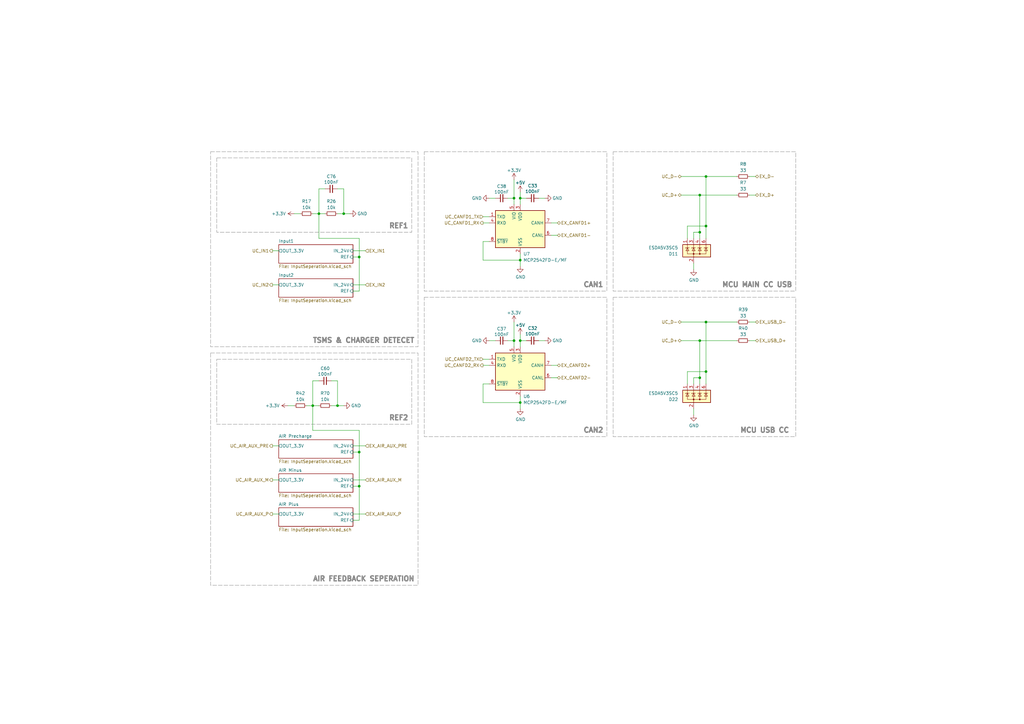
<source format=kicad_sch>
(kicad_sch (version 20231120) (generator "eeschema") (generator_version "8.0")
  (paper "A3")
  (lib_symbols
    (symbol "Device:C_Small" (pin_numbers hide) (pin_names (offset 0.254) hide)
      (property "Reference" "C" (at 0.254 1.778 0))
      (property "Value" "C_Small" (at 0.254 -2.032 0))
      (symbol "C_Small_0_1"
        (polyline (pts (xy -1.524 -0.508) (xy 1.524 -0.508)) (stroke (width 0.3302)))
        (polyline (pts (xy -1.524 0.508) (xy 1.524 0.508)) (stroke (width 0.3048)))
      )
      (symbol "C_Small_1_1"
        (pin passive line (at 0 2.54 270) (length 2.032) (name "~") (number "1"))
        (pin passive line (at 0 -2.54 90) (length 2.032) (name "~") (number "2"))
      )
    )
    (symbol "Device:R_Small" (pin_numbers hide) (pin_names (offset 0.254) hide)
      (property "Reference" "R" (at 0.762 0.508 0))
      (property "Value" "R_Small" (at 0.762 -1.016 0))
      (symbol "R_Small_0_1"
        (rectangle (start -0.762 1.778) (end 0.762 -1.778) (stroke (width 0.2032)))
      )
      (symbol "R_Small_1_1"
        (pin passive line (at 0 2.54 270) (length 0.762) (name "~") (number "1"))
        (pin passive line (at 0 -2.54 90) (length 0.762) (name "~") (number "2"))
      )
    )
    (symbol "ESDA5V3SC5_3" (pin_names hide)
      (property "Reference" "D1" (at -6.35 1.27 0))
      (property "Value" "ESDA5V3SC5" (at -6.35 -1.27 0))
      (symbol "ESDA5V3SC5_3_0_1"
        (rectangle (start -4.445 2.54) (end 6.985 -2.54) (stroke (width 0.254)) (fill (type background)))
        (circle (center 0 -1.27) (radius 0.254) (fill (type outline)))
        (polyline (pts (xy -2.54 2.54) (xy -2.54 1.27)))
        (polyline (pts (xy 0 -1.27) (xy 0 -2.54)))
        (polyline (pts (xy 0 -1.27) (xy 0 1.27)))
        (polyline (pts (xy 0 2.54) (xy 0 1.27)))
        (polyline (pts (xy 2.54 2.54) (xy 2.54 1.27)))
        (polyline (pts (xy 5.08 2.54) (xy 5.08 1.27)))
        (polyline (pts (xy -3.302 1.016) (xy -3.302 1.27) (xy -1.778 1.27)))
        (polyline (pts (xy 0.762 1.27) (xy -0.762 1.27) (xy -0.762 1.016)))
        (polyline (pts (xy 5.08 1.27) (xy 5.08 -1.27) (xy 2.54 -1.27)))
        (polyline (pts (xy -2.54 1.27) (xy -2.54 -1.27) (xy 2.54 -1.27) (xy 2.54 1.27)))
        (polyline (pts (xy -2.54 1.27) (xy -1.905 0) (xy -3.175 0) (xy -2.54 1.27)))
        (polyline (pts (xy 0.635 0) (xy -0.635 0) (xy 0 1.27) (xy 0.635 0)))
        (polyline (pts (xy 1.778 1.016) (xy 1.778 1.27) (xy 3.175 1.27) (xy 3.302 1.27)))
        (polyline (pts (xy 2.54 1.27) (xy 1.905 0) (xy 3.175 0) (xy 2.54 1.27)))
        (polyline (pts (xy 4.318 1.016) (xy 4.318 1.27) (xy 5.715 1.27) (xy 5.842 1.27)))
        (polyline (pts (xy 5.08 1.27) (xy 4.445 0) (xy 5.715 0) (xy 5.08 1.27)))
        (circle (center 2.54 -1.27) (radius 0.254) (fill (type outline)))
      )
      (symbol "ESDA5V3SC5_3_1_0"
        (pin passive line (at 0 5.08 270) (length 2.54) (name "A") (number "3"))
        (pin passive line (at 5.08 5.08 270) (length 2.54) (name "A") (number "6"))
      )
      (symbol "ESDA5V3SC5_3_1_1"
        (pin passive line (at -2.54 5.08 270) (length 2.54) (name "A") (number "1"))
        (pin passive line (at 0 -5.08 90) (length 2.54) (name "K") (number "2"))
        (pin passive line (at 2.54 5.08 270) (length 2.54) (name "A") (number "4"))
        (pin passive line (at 0 -5.08 90) (length 2.54) hide (name "NC") (number "5"))
      )
    )
    (symbol "GND_1" (power) (pin_names (offset 0))
      (property "Value" "GND" (at 0 -3.81 0))
      (symbol "GND_1_0_1"
        (polyline (pts (xy 0 0) (xy 0 -1.27) (xy 1.27 -1.27) (xy 0 -2.54) (xy -1.27 -1.27) (xy 0 -1.27)))
      )
      (symbol "GND_1_1_1"
        (pin power_in line (at 0 0 270) (length 0) hide (name "GND") (number "1"))
      )
    )
    (symbol "GND_5" (power) (pin_names (offset 0))
      (property "Value" "GND" (at 0 -3.81 0))
      (symbol "GND_5_0_1"
        (polyline (pts (xy 0 0) (xy 0 -1.27) (xy 1.27 -1.27) (xy 0 -2.54) (xy -1.27 -1.27) (xy 0 -1.27)))
      )
      (symbol "GND_5_1_1"
        (pin power_in line (at 0 0 270) (length 0) hide (name "GND") (number "1"))
      )
    )
    (symbol "GND_7" (power) (pin_names (offset 0))
      (property "Value" "GND" (at 0 -3.81 0))
      (symbol "GND_7_0_1"
        (polyline (pts (xy 0 0) (xy 0 -1.27) (xy 1.27 -1.27) (xy 0 -2.54) (xy -1.27 -1.27) (xy 0 -1.27)))
      )
      (symbol "GND_7_1_1"
        (pin power_in line (at 0 0 270) (length 0) hide (name "GND") (number "1"))
      )
    )
    (symbol "Interface_CAN_LIN:MCP2542FDxMF"
      (property "Reference" "U3" (at 1.27 -10.16 0))
      (property "Value" "MCP2542FDxMF" (at 1.27 -12.7 0))
      (symbol "MCP2542FDxMF_0_1"
        (rectangle (start -10.16 7.62) (end 10.16 -7.62) (stroke (width 0.254)) (fill (type background)))
      )
      (symbol "MCP2542FDxMF_1_1"
        (pin input line (at -12.7 5.08 0) (length 2.54) (name "TXD") (number "1"))
        (pin power_in line (at 0 -10.16 90) (length 2.54) (name "VSS") (number "2"))
        (pin power_in line (at 0 10.16 270) (length 2.54) (name "VDD") (number "3"))
        (pin output line (at -12.7 2.54 0) (length 2.54) (name "RXD") (number "4"))
        (pin power_in line (at -2.54 10.16 270) (length 2.54) (name "VIO") (number "5"))
        (pin bidirectional line (at 12.7 -2.54 180) (length 2.54) (name "CANL") (number "6"))
        (pin bidirectional line (at 12.7 2.54 180) (length 2.54) (name "CANH") (number "7"))
        (pin input line (at -12.7 -5.08 0) (length 2.54) (name "~{STBY}") (number "8"))
        (pin passive line (at 0 -10.16 90) (length 2.54) hide (name "VSS") (number "9"))
      )
    )
    (symbol "power:+3.3V" (power) (pin_names (offset 0))
      (property "Value" "+3.3V" (at 0 3.556 0))
      (symbol "+3.3V_0_1"
        (polyline (pts (xy -0.762 1.27) (xy 0 2.54)))
        (polyline (pts (xy 0 0) (xy 0 2.54)))
        (polyline (pts (xy 0 2.54) (xy 0.762 1.27)))
      )
      (symbol "+3.3V_1_1"
        (pin power_in line (at 0 0 90) (length 0) hide (name "+3V3") (number "1"))
      )
    )
    (symbol "power:+5V" (power) (pin_names (offset 0))
      (property "Value" "+5V" (at 0 3.556 0))
      (symbol "+5V_0_1"
        (polyline (pts (xy -0.762 1.27) (xy 0 2.54)))
        (polyline (pts (xy 0 0) (xy 0 2.54)))
        (polyline (pts (xy 0 2.54) (xy 0.762 1.27)))
      )
      (symbol "+5V_1_1"
        (pin power_in line (at 0 0 90) (length 0) hide (name "+5V") (number "1"))
      )
    )
  )
  (junction (at 140.97 87.63))
  (junction (at 138.43 166.37))
  (junction (at 287.02 154.94))
  (junction (at 147.32 105.41))
  (junction (at 128.27 166.37))
  (junction (at 130.81 87.63))
  (junction (at 287.02 95.25))
  (junction (at 213.36 165.1))
  (junction (at 287.02 139.7))
  (junction (at 213.36 106.68))
  (junction (at 213.36 81.28))
  (junction (at 147.32 199.39))
  (junction (at 213.36 139.7))
  (junction (at 289.56 72.39))
  (junction (at 289.56 92.71))
  (junction (at 289.56 132.08))
  (junction (at 287.02 80.01))
  (junction (at 210.82 81.28))
  (junction (at 210.82 139.7))
  (junction (at 289.56 152.4))
  (junction (at 147.32 185.42))
  (wire (pts (xy 138.43 166.37) (xy 138.43 156.21)))
  (wire (pts (xy 138.43 156.21) (xy 135.89 156.21)))
  (wire (pts (xy 281.94 152.4) (xy 281.94 157.48)))
  (wire (pts (xy 213.36 78.74) (xy 213.36 81.28)))
  (wire (pts (xy 128.27 87.63) (xy 130.81 87.63)))
  (wire (pts (xy 287.02 95.25) (xy 287.02 97.79)))
  (wire (pts (xy 284.48 110.49) (xy 284.48 107.95)))
  (wire (pts (xy 226.06 154.94) (xy 228.6 154.94)))
  (wire (pts (xy 111.76 182.88) (xy 114.3 182.88)))
  (wire (pts (xy 279.4 139.7) (xy 287.02 139.7)))
  (wire (pts (xy 147.32 176.53) (xy 128.27 176.53)))
  (wire (pts (xy 149.86 102.87) (xy 144.78 102.87)))
  (wire (pts (xy 128.27 166.37) (xy 130.81 166.37)))
  (wire (pts (xy 111.76 210.82) (xy 114.3 210.82)))
  (wire (pts (xy 140.97 87.63) (xy 140.97 77.47)))
  (wire (pts (xy 287.02 80.01) (xy 302.26 80.01)))
  (wire (pts (xy 287.02 139.7) (xy 287.02 154.94)))
  (wire (pts (xy 210.82 132.08) (xy 210.82 139.7)))
  (wire (pts (xy 226.06 96.52) (xy 228.6 96.52)))
  (wire (pts (xy 287.02 139.7) (xy 302.26 139.7)))
  (wire (pts (xy 289.56 152.4) (xy 289.56 157.48)))
  (wire (pts (xy 144.78 182.88) (xy 149.86 182.88)))
  (wire (pts (xy 284.48 97.79) (xy 284.48 95.25)))
  (wire (pts (xy 198.12 149.86) (xy 200.66 149.86)))
  (wire (pts (xy 144.78 196.85) (xy 149.86 196.85)))
  (wire (pts (xy 284.48 157.48) (xy 284.48 154.94)))
  (wire (pts (xy 226.06 149.86) (xy 228.6 149.86)))
  (wire (pts (xy 220.98 81.28) (xy 223.52 81.28)))
  (wire (pts (xy 279.4 132.08) (xy 289.56 132.08)))
  (wire (pts (xy 281.94 92.71) (xy 281.94 97.79)))
  (wire (pts (xy 198.12 99.06) (xy 200.66 99.06)))
  (wire (pts (xy 130.81 87.63) (xy 130.81 97.79)))
  (wire (pts (xy 213.36 137.16) (xy 213.36 139.7)))
  (wire (pts (xy 130.81 156.21) (xy 128.27 156.21)))
  (wire (pts (xy 220.98 139.7) (xy 223.52 139.7)))
  (wire (pts (xy 289.56 152.4) (xy 281.94 152.4)))
  (wire (pts (xy 118.11 166.37) (xy 120.65 166.37)))
  (wire (pts (xy 198.12 106.68) (xy 198.12 99.06)))
  (wire (pts (xy 140.97 77.47) (xy 138.43 77.47)))
  (wire (pts (xy 289.56 92.71) (xy 289.56 97.79)))
  (wire (pts (xy 120.65 87.63) (xy 123.19 87.63)))
  (wire (pts (xy 208.28 139.7) (xy 210.82 139.7)))
  (wire (pts (xy 111.76 196.85) (xy 114.3 196.85)))
  (wire (pts (xy 130.81 77.47) (xy 130.81 87.63)))
  (wire (pts (xy 198.12 165.1) (xy 198.12 157.48)))
  (wire (pts (xy 125.73 166.37) (xy 128.27 166.37)))
  (wire (pts (xy 226.06 91.44) (xy 228.6 91.44)))
  (wire (pts (xy 200.66 139.7) (xy 203.2 139.7)))
  (wire (pts (xy 279.4 80.01) (xy 287.02 80.01)))
  (wire (pts (xy 208.28 81.28) (xy 210.82 81.28)))
  (wire (pts (xy 147.32 213.36) (xy 147.32 199.39)))
  (wire (pts (xy 147.32 199.39) (xy 144.78 199.39)))
  (wire (pts (xy 210.82 73.66) (xy 210.82 81.28)))
  (wire (pts (xy 128.27 166.37) (xy 128.27 176.53)))
  (wire (pts (xy 279.4 72.39) (xy 289.56 72.39)))
  (wire (pts (xy 289.56 72.39) (xy 302.26 72.39)))
  (wire (pts (xy 198.12 157.48) (xy 200.66 157.48)))
  (wire (pts (xy 307.34 139.7) (xy 309.88 139.7)))
  (wire (pts (xy 307.34 80.01) (xy 309.88 80.01)))
  (wire (pts (xy 284.48 154.94) (xy 287.02 154.94)))
  (wire (pts (xy 213.36 106.68) (xy 198.12 106.68)))
  (wire (pts (xy 215.9 139.7) (xy 213.36 139.7)))
  (wire (pts (xy 307.34 72.39) (xy 309.88 72.39)))
  (wire (pts (xy 213.36 162.56) (xy 213.36 165.1)))
  (wire (pts (xy 284.48 170.18) (xy 284.48 167.64)))
  (wire (pts (xy 138.43 87.63) (xy 140.97 87.63)))
  (wire (pts (xy 147.32 97.79) (xy 147.32 105.41)))
  (wire (pts (xy 210.82 139.7) (xy 210.82 142.24)))
  (wire (pts (xy 140.97 87.63) (xy 143.51 87.63)))
  (wire (pts (xy 144.78 210.82) (xy 149.86 210.82)))
  (wire (pts (xy 198.12 91.44) (xy 200.66 91.44)))
  (wire (pts (xy 111.76 116.84) (xy 114.3 116.84)))
  (wire (pts (xy 289.56 92.71) (xy 281.94 92.71)))
  (wire (pts (xy 213.36 81.28) (xy 213.36 83.82)))
  (wire (pts (xy 215.9 81.28) (xy 213.36 81.28)))
  (wire (pts (xy 144.78 213.36) (xy 147.32 213.36)))
  (wire (pts (xy 213.36 104.14) (xy 213.36 106.68)))
  (wire (pts (xy 144.78 116.84) (xy 149.86 116.84)))
  (wire (pts (xy 210.82 81.28) (xy 210.82 83.82)))
  (wire (pts (xy 289.56 132.08) (xy 302.26 132.08)))
  (wire (pts (xy 135.89 166.37) (xy 138.43 166.37)))
  (wire (pts (xy 307.34 132.08) (xy 309.88 132.08)))
  (wire (pts (xy 147.32 185.42) (xy 144.78 185.42)))
  (wire (pts (xy 213.36 139.7) (xy 213.36 142.24)))
  (wire (pts (xy 287.02 80.01) (xy 287.02 95.25)))
  (wire (pts (xy 287.02 154.94) (xy 287.02 157.48)))
  (wire (pts (xy 289.56 132.08) (xy 289.56 152.4)))
  (wire (pts (xy 200.66 81.28) (xy 203.2 81.28)))
  (wire (pts (xy 133.35 77.47) (xy 130.81 77.47)))
  (wire (pts (xy 213.36 165.1) (xy 213.36 167.64)))
  (wire (pts (xy 284.48 95.25) (xy 287.02 95.25)))
  (wire (pts (xy 200.66 147.32) (xy 198.12 147.32)))
  (wire (pts (xy 138.43 166.37) (xy 140.97 166.37)))
  (wire (pts (xy 213.36 165.1) (xy 198.12 165.1)))
  (wire (pts (xy 200.66 88.9) (xy 198.12 88.9)))
  (wire (pts (xy 213.36 106.68) (xy 213.36 109.22)))
  (wire (pts (xy 147.32 119.38) (xy 144.78 119.38)))
  (wire (pts (xy 111.76 102.87) (xy 114.3 102.87)))
  (wire (pts (xy 147.32 119.38) (xy 147.32 105.41)))
  (wire (pts (xy 128.27 156.21) (xy 128.27 166.37)))
  (wire (pts (xy 147.32 105.41) (xy 144.78 105.41)))
  (wire (pts (xy 130.81 97.79) (xy 147.32 97.79)))
  (wire (pts (xy 147.32 185.42) (xy 147.32 176.53)))
  (wire (pts (xy 147.32 199.39) (xy 147.32 185.42)))
  (wire (pts (xy 130.81 87.63) (xy 133.35 87.63)))
  (wire (pts (xy 289.56 72.39) (xy 289.56 92.71)))
  (rectangle (start 86.36 62.23) (end 171.45 142.24) (stroke (width 0) (type dash) (color 132 132 132 1)))
  (rectangle (start 88.9 147.32) (end 168.91 173.99) (stroke (width 0) (type dash) (color 132 132 132 1)))
  (rectangle (start 251.46 121.92) (end 326.39 179.07) (stroke (width 0) (type dash) (color 132 132 132 1)))
  (rectangle (start 173.99 121.92) (end 248.92 179.07) (stroke (width 0) (type dash) (color 132 132 132 1)))
  (rectangle (start 86.36 144.78) (end 171.45 240.03) (stroke (width 0) (type dash) (color 132 132 132 1)))
  (rectangle (start 251.46 62.23) (end 326.39 119.38) (stroke (width 0) (type dash) (color 132 132 132 1)))
  (rectangle (start 173.99 62.23) (end 248.92 119.38) (stroke (width 0) (type dash) (color 132 132 132 1)))
  (rectangle (start 88.9 64.77) (end 168.91 95.25) (stroke (width 0) (type dash) (color 132 132 132 1)))
  (text "MCU MAIN CC USB" (at 325.12 118.11 0) (effects (font (size 2.032 2.032) (thickness 1) (bold yes)) (justify right bottom)))
  (text "TSMS & CHARGER DETECET" (at 170.18 140.97 0) (effects (font (size 2.032 2.032) (thickness 1) (bold yes)) (justify right bottom)))
  (text "CAN1" (at 247.65 118.11 0) (effects (font (size 2.032 2.032) (thickness 1) (bold yes)) (justify right bottom)))
  (text "REF2" (at 167.64 172.72 0) (effects (font (size 2.032 2.032) (thickness 1) (bold yes)) (justify right bottom)))
  (text "AIR FEEDBACK SEPERATION" (at 170.18 238.76 0) (effects (font (size 2.032 2.032) (thickness 1) (bold yes)) (justify right bottom)))
  (text "REF1" (at 167.64 93.98 0) (effects (font (size 2.032 2.032) (thickness 1) (bold yes)) (justify right bottom)))
  (text "CAN2" (at 247.65 177.8 0) (effects (font (size 2.032 2.032) (thickness 1) (bold yes)) (justify right bottom)))
  (text "MCU USB CC" (at 323.85 177.8 0) (effects (font (size 2.032 2.032) (thickness 1) (bold yes)) (justify right bottom)))
  (hierarchical_label "EX_IN2" (shape input) (at 149.86 116.84 0))
  (hierarchical_label "UC_D+" (shape bidirectional) (at 279.4 139.7 180))
  (hierarchical_label "UC_D-" (shape bidirectional) (at 279.4 132.08 180))
  (hierarchical_label "UC_D+" (shape bidirectional) (at 279.4 80.01 180))
  (hierarchical_label "EX_CANFD1-" (shape bidirectional) (at 228.6 96.52 0))
  (hierarchical_label "EX_USB_D+" (shape bidirectional) (at 309.88 139.7 0))
  (hierarchical_label "EX_D+" (shape bidirectional) (at 309.88 80.01 0))
  (hierarchical_label "UC_AIR_AUX_PRE" (shape output) (at 111.76 182.88 180))
  (hierarchical_label "EX_CANFD2+" (shape bidirectional) (at 228.6 149.86 0))
  (hierarchical_label "UC_IN1" (shape output) (at 111.76 102.87 180))
  (hierarchical_label "UC_AIR_AUX_P" (shape output) (at 111.76 210.82 180))
  (hierarchical_label "EX_USB_D-" (shape bidirectional) (at 309.88 132.08 0))
  (hierarchical_label "EX_AIR_AUX_M" (shape input) (at 149.86 196.85 0))
  (hierarchical_label "UC_D-" (shape bidirectional) (at 279.4 72.39 180))
  (hierarchical_label "EX_IN1" (shape input) (at 149.86 102.87 0))
  (hierarchical_label "EX_D-" (shape bidirectional) (at 309.88 72.39 0))
  (hierarchical_label "UC_CANFD2_TX" (shape input) (at 198.12 147.32 180))
  (hierarchical_label "UC_CANFD1_RX" (shape output) (at 198.12 91.44 180))
  (hierarchical_label "EX_CANFD1+" (shape bidirectional) (at 228.6 91.44 0))
  (hierarchical_label "UC_CANFD2_RX" (shape output) (at 198.12 149.86 180))
  (hierarchical_label "UC_IN2" (shape output) (at 111.76 116.84 180))
  (hierarchical_label "EX_AIR_AUX_P" (shape input) (at 149.86 210.82 0))
  (hierarchical_label "UC_CANFD1_TX" (shape input) (at 198.12 88.9 180))
  (hierarchical_label "EX_AIR_AUX_PRE" (shape input) (at 149.86 182.88 0))
  (hierarchical_label "UC_AIR_AUX_M" (shape output) (at 111.76 196.85 180))
  (hierarchical_label "EX_CANFD2-" (shape bidirectional) (at 228.6 154.94 0))
  (symbol (lib_id "Device:R_Small") (at 304.8 72.39 90) (mirror x) (unit 1)
    (property "Reference" "R8" (at 304.8 67.31 90))
    (property "Value" "33" (at 304.8 69.85 90))
    (property "Footprint" "Resistor_SMD:R_0603_1608Metric" (effects (hide yes)))
    (property "Manufacturer_Name" "--" (effects (hide yes)))
    (property "Manufacturer_Part_Number" "--" (effects (hide yes)))
    (property "Mouser Part Number" "71-CRCW060333R0FKEC" (effects (hide yes)))
  )
  (symbol (lib_name "GND_7") (lib_id "power:GND") (at 213.36 167.64 0) (unit 1)
    (property "Reference" "#PWR036" (effects (hide yes)))
    (property "Value" "GND" (at 213.487 172.0342 0))
  )
  (symbol (lib_name "GND_5") (lib_id "power:GND") (at 223.52 139.7 90) (unit 1)
    (property "Reference" "#PWR014" (effects (hide yes)))
    (property "Value" "GND" (at 228.6 139.7 90))
  )
  (symbol (lib_id "Device:R_Small") (at 304.8 139.7 90) (mirror x) (unit 1)
    (property "Reference" "R40" (at 304.8 134.62 90))
    (property "Value" "33" (at 304.8 137.16 90))
    (property "Footprint" "Resistor_SMD:R_0603_1608Metric" (effects (hide yes)))
    (property "Manufacturer_Name" "--" (effects (hide yes)))
    (property "Manufacturer_Part_Number" "--" (effects (hide yes)))
    (property "Mouser Part Number" "71-CRCW060333R0FKEC" (effects (hide yes)))
  )
  (symbol (lib_id "Device:C_Small") (at 135.89 77.47 90) (unit 1)
    (property "Reference" "C76" (at 135.89 72.39 90))
    (property "Value" "100nF" (at 135.89 74.7014 90))
    (property "Footprint" "Capacitor_SMD:C_0603_1608Metric" (effects (hide yes)))
    (property "Manufacturer_Name" "--" (effects (hide yes)))
    (property "Manufacturer_Part_Number" "--" (effects (hide yes)))
    (property "Mouser Price/Stock" "https://www.mouser.pl/ProductDetail/KEMET/C0603C104J3RACTU?qs=EHsFn6hSx4W0Oy0I8JUofQ%3D%3D" (effects (hide yes)))
    (property "Mouser Part Number" "--" (effects (hide yes)))
  )
  (symbol (lib_id "Interface_CAN_LIN:MCP2542FDxMF") (at 213.36 93.98 0) (unit 1)
    (property "Reference" "U7" (at 214.63 104.14 0) (effects (justify left)))
    (property "Value" "MCP2542FD-E/MF" (at 214.63 106.68 0) (effects (justify left)))
    (property "Footprint" "Package_DFN_QFN:DFN-8-1EP_3x3mm_P0.65mm_EP1.55x2.4mm" (effects (hide yes)))
    (property "Datasheet" "http://ww1.microchip.com/downloads/en/DeviceDoc/MCP2542FD-4FD-MCP2542WFD-4WFD-Data-Sheet20005514B.pdf" (effects (hide yes)))
    (property "Manufacturer_Part_Number" "MCP2542FD-E/MF" (effects (hide yes)))
    (property "Mouser Part Number" "579-MCP2542FD-E/MF" (effects (hide yes)))
    (property "Mouser Price/Stock" "https://www.mouser.pl/ProductDetail/Microchip-Technology/MCP2542FD-E-MF?qs=l7cgNqFNU1jog4BwTzULBw%3D%3D" (effects (hide yes)))
  )
  (symbol (lib_name "GND_1") (lib_id "power:GND") (at 200.66 81.28 270) (unit 1)
    (property "Reference" "#PWR087" (effects (hide yes)))
    (property "Value" "GND" (at 195.58 81.28 90))
  )
  (symbol (lib_name "ESDA5V3SC5_3") (lib_id "Power_Protection:ESDA5V3SC5") (at 284.48 102.87 0) (unit 1)
    (property "Reference" "D11" (at 278.13 104.14 0) (effects (justify right)))
    (property "Value" "ESDA5V3SC5" (at 278.13 101.6 0) (effects (justify right)))
    (property "Footprint" "Package_TO_SOT_SMD:SOT-23-6" (effects (hide yes)))
    (property "Datasheet" "https://www.mouser.pl/datasheet/2/389/cd00002055-1795703.pdf" (effects (hide yes)))
    (property "Description" "Quad TVS Diode Array, 5.3V Standoff, 4 Channels, 400W, ±30kV, SOT-23-5" (effects (hide yes)))
    (property "Manufacturer_Part_Number" "ESDA5V3SC5" (effects (hide yes)))
    (property "Mouser Part Number" "511-ESDA5V3SC5" (effects (hide yes)))
    (property "Mouser Price/Stock" "https://www.mouser.pl/ProductDetail/STMicroelectronics/ESDA5V3SC5?qs=vqk%252BPKT8fSw1EexaRsSoaw%3D%3D" (effects (hide yes)))
  )
  (symbol (lib_name "ESDA5V3SC5_3") (lib_id "Power_Protection:ESDA5V3SC5") (at 284.48 162.56 0) (unit 1)
    (property "Reference" "D22" (at 278.13 163.83 0) (effects (justify right)))
    (property "Value" "ESDA5V3SC5" (at 278.13 161.29 0) (effects (justify right)))
    (property "Footprint" "Package_TO_SOT_SMD:SOT-23-6" (effects (hide yes)))
    (property "Datasheet" "https://www.mouser.pl/datasheet/2/389/cd00002055-1795703.pdf" (effects (hide yes)))
    (property "Description" "Quad TVS Diode Array, 5.3V Standoff, 4 Channels, 400W, ±30kV, SOT-23-5" (effects (hide yes)))
    (property "Manufacturer_Part_Number" "ESDA5V3SC5" (effects (hide yes)))
    (property "Mouser Part Number" "511-ESDA5V3SC5" (effects (hide yes)))
    (property "Mouser Price/Stock" "https://www.mouser.pl/ProductDetail/STMicroelectronics/ESDA5V3SC5?qs=vqk%252BPKT8fSw1EexaRsSoaw%3D%3D" (effects (hide yes)))
  )
  (symbol (lib_id "power:+5V") (at 213.36 137.16 0) (unit 1)
    (property "Reference" "#PWR028" (effects (hide yes)))
    (property "Value" "+5V" (at 213.36 133.35 0))
  )
  (symbol (lib_id "Device:R_Small") (at 304.8 132.08 90) (mirror x) (unit 1)
    (property "Reference" "R39" (at 304.8 127 90))
    (property "Value" "33" (at 304.8 129.54 90))
    (property "Footprint" "Resistor_SMD:R_0603_1608Metric" (effects (hide yes)))
    (property "Manufacturer_Name" "--" (effects (hide yes)))
    (property "Manufacturer_Part_Number" "--" (effects (hide yes)))
    (property "Mouser Part Number" "71-CRCW060333R0FKEC" (effects (hide yes)))
  )
  (symbol (lib_name "GND_7") (lib_id "power:GND") (at 213.36 109.22 0) (unit 1)
    (property "Reference" "#PWR083" (effects (hide yes)))
    (property "Value" "GND" (at 213.487 113.6142 0))
  )
  (symbol (lib_id "power:+3.3V") (at 118.11 166.37 90) (unit 1)
    (property "Reference" "#PWR0105" (effects (hide yes)))
    (property "Value" "+3.3V" (at 111.76 166.37 90))
  )
  (symbol (lib_id "power:+3.3V") (at 210.82 132.08 0) (unit 1)
    (property "Reference" "#PWR067" (effects (hide yes)))
    (property "Value" "+3.3V" (at 210.82 128.27 0))
  )
  (symbol (lib_name "GND_5") (lib_id "power:GND") (at 223.52 81.28 90) (unit 1)
    (property "Reference" "#PWR015" (effects (hide yes)))
    (property "Value" "GND" (at 228.6 81.28 90))
  )
  (symbol (lib_name "GND_1") (lib_id "power:GND") (at 200.66 139.7 270) (unit 1)
    (property "Reference" "#PWR086" (effects (hide yes)))
    (property "Value" "GND" (at 195.58 139.7 90))
  )
  (symbol (lib_id "Interface_CAN_LIN:MCP2542FDxMF") (at 213.36 152.4 0) (unit 1)
    (property "Reference" "U6" (at 214.63 162.56 0) (effects (justify left)))
    (property "Value" "MCP2542FD-E/MF" (at 214.63 165.1 0) (effects (justify left)))
    (property "Footprint" "Package_DFN_QFN:DFN-8-1EP_3x3mm_P0.65mm_EP1.55x2.4mm" (effects (hide yes)))
    (property "Datasheet" "http://ww1.microchip.com/downloads/en/DeviceDoc/MCP2542FD-4FD-MCP2542WFD-4WFD-Data-Sheet20005514B.pdf" (effects (hide yes)))
    (property "Manufacturer_Part_Number" "MCP2542FD-E/MF" (effects (hide yes)))
    (property "Mouser Part Number" "579-MCP2542FD-E/MF" (effects (hide yes)))
    (property "Mouser Price/Stock" "https://www.mouser.pl/ProductDetail/Microchip-Technology/MCP2542FD-E-MF?qs=l7cgNqFNU1jog4BwTzULBw%3D%3D" (effects (hide yes)))
  )
  (symbol (lib_id "power:+3.3V") (at 120.65 87.63 90) (unit 1)
    (property "Reference" "#PWR023" (effects (hide yes)))
    (property "Value" "+3.3V" (at 114.3 87.63 90))
  )
  (symbol (lib_id "Device:C_Small") (at 205.74 139.7 90) (unit 1)
    (property "Reference" "C37" (at 205.74 134.8486 90))
    (property "Value" "100nF" (at 205.74 137.16 90))
    (property "Footprint" "Capacitor_SMD:C_0603_1608Metric" (effects (hide yes)))
    (property "Manufacturer_Name" "--" (effects (hide yes)))
    (property "Manufacturer_Part_Number" "--" (effects (hide yes)))
    (property "Mouser Price/Stock" "https://www.mouser.pl/ProductDetail/KEMET/C0603C104J3RACTU?qs=EHsFn6hSx4W0Oy0I8JUofQ%3D%3D" (effects (hide yes)))
    (property "Mouser Part Number" "--" (effects (hide yes)))
  )
  (symbol (lib_name "GND_5") (lib_id "power:GND") (at 143.51 87.63 90) (unit 1)
    (property "Reference" "#PWR022" (effects (hide yes)))
    (property "Value" "GND" (at 148.59 87.63 90))
  )
  (symbol (lib_id "Device:R_Small") (at 125.73 87.63 90) (mirror x) (unit 1)
    (property "Reference" "R17" (at 125.73 82.55 90))
    (property "Value" "10k" (at 125.73 85.09 90))
    (property "Footprint" "Resistor_SMD:R_0603_1608Metric" (effects (hide yes)))
    (property "Manufacturer_Name" "--" (effects (hide yes)))
    (property "Manufacturer_Part_Number" "--" (effects (hide yes)))
    (property "Mouser Part Number" "--" (effects (hide yes)))
  )
  (symbol (lib_name "GND_7") (lib_id "power:GND") (at 284.48 110.49 0) (unit 1)
    (property "Reference" "#PWR02" (effects (hide yes)))
    (property "Value" "GND" (at 284.607 114.8842 0))
  )
  (symbol (lib_id "Device:R_Small") (at 123.19 166.37 90) (mirror x) (unit 1)
    (property "Reference" "R42" (at 123.19 161.29 90))
    (property "Value" "10k" (at 123.19 163.83 90))
    (property "Footprint" "Resistor_SMD:R_0603_1608Metric" (effects (hide yes)))
    (property "Manufacturer_Name" "--" (effects (hide yes)))
    (property "Manufacturer_Part_Number" "--" (effects (hide yes)))
    (property "Mouser Part Number" "--" (effects (hide yes)))
  )
  (symbol (lib_id "Device:C_Small") (at 133.35 156.21 90) (unit 1)
    (property "Reference" "C60" (at 133.35 151.13 90))
    (property "Value" "100nF" (at 133.35 153.4414 90))
    (property "Footprint" "Capacitor_SMD:C_0603_1608Metric" (effects (hide yes)))
    (property "Manufacturer_Name" "--" (effects (hide yes)))
    (property "Manufacturer_Part_Number" "--" (effects (hide yes)))
    (property "Mouser Price/Stock" "https://www.mouser.pl/ProductDetail/KEMET/C0603C104J3RACTU?qs=EHsFn6hSx4W0Oy0I8JUofQ%3D%3D" (effects (hide yes)))
    (property "Mouser Part Number" "--" (effects (hide yes)))
  )
  (symbol (lib_id "power:+5V") (at 213.36 78.74 0) (unit 1)
    (property "Reference" "#PWR038" (effects (hide yes)))
    (property "Value" "+5V" (at 213.36 74.93 0))
  )
  (symbol (lib_id "Device:R_Small") (at 133.35 166.37 90) (mirror x) (unit 1)
    (property "Reference" "R70" (at 133.35 161.29 90))
    (property "Value" "10k" (at 133.35 163.83 90))
    (property "Footprint" "Resistor_SMD:R_0603_1608Metric" (effects (hide yes)))
    (property "Manufacturer_Name" "--" (effects (hide yes)))
    (property "Manufacturer_Part_Number" "--" (effects (hide yes)))
    (property "Mouser Part Number" "--" (effects (hide yes)))
  )
  (symbol (lib_id "power:+3.3V") (at 210.82 73.66 0) (unit 1)
    (property "Reference" "#PWR066" (effects (hide yes)))
    (property "Value" "+3.3V" (at 210.82 69.85 0))
  )
  (symbol (lib_id "Device:R_Small") (at 304.8 80.01 90) (mirror x) (unit 1)
    (property "Reference" "R7" (at 304.8 74.93 90))
    (property "Value" "33" (at 304.8 77.47 90))
    (property "Footprint" "Resistor_SMD:R_0603_1608Metric" (effects (hide yes)))
    (property "Manufacturer_Name" "--" (effects (hide yes)))
    (property "Manufacturer_Part_Number" "--" (effects (hide yes)))
    (property "Mouser Part Number" "71-CRCW060333R0FKEC" (effects (hide yes)))
  )
  (symbol (lib_id "Device:R_Small") (at 135.89 87.63 90) (mirror x) (unit 1)
    (property "Reference" "R26" (at 135.89 82.55 90))
    (property "Value" "10k" (at 135.89 85.09 90))
    (property "Footprint" "Resistor_SMD:R_0603_1608Metric" (effects (hide yes)))
    (property "Manufacturer_Name" "--" (effects (hide yes)))
    (property "Manufacturer_Part_Number" "--" (effects (hide yes)))
    (property "Mouser Part Number" "--" (effects (hide yes)))
  )
  (symbol (lib_id "Device:C_Small") (at 218.44 81.28 90) (unit 1)
    (property "Reference" "C33" (at 218.44 76.2 90))
    (property "Value" "100nF" (at 218.44 78.5114 90))
    (property "Footprint" "Capacitor_SMD:C_0603_1608Metric" (effects (hide yes)))
    (property "Manufacturer_Name" "--" (effects (hide yes)))
    (property "Manufacturer_Part_Number" "--" (effects (hide yes)))
    (property "Mouser Price/Stock" "https://www.mouser.pl/ProductDetail/KEMET/C0603C104J3RACTU?qs=EHsFn6hSx4W0Oy0I8JUofQ%3D%3D" (effects (hide yes)))
    (property "Mouser Part Number" "--" (effects (hide yes)))
  )
  (symbol (lib_id "Device:C_Small") (at 205.74 81.28 90) (unit 1)
    (property "Reference" "C38" (at 205.74 76.4286 90))
    (property "Value" "100nF" (at 205.74 78.74 90))
    (property "Footprint" "Capacitor_SMD:C_0603_1608Metric" (effects (hide yes)))
    (property "Manufacturer_Name" "--" (effects (hide yes)))
    (property "Manufacturer_Part_Number" "--" (effects (hide yes)))
    (property "Mouser Price/Stock" "https://www.mouser.pl/ProductDetail/KEMET/C0603C104J3RACTU?qs=EHsFn6hSx4W0Oy0I8JUofQ%3D%3D" (effects (hide yes)))
    (property "Mouser Part Number" "--" (effects (hide yes)))
  )
  (symbol (lib_id "Device:C_Small") (at 218.44 139.7 90) (unit 1)
    (property "Reference" "C32" (at 218.44 134.62 90))
    (property "Value" "100nF" (at 218.44 136.9314 90))
    (property "Footprint" "Capacitor_SMD:C_0603_1608Metric" (effects (hide yes)))
    (property "Manufacturer_Name" "--" (effects (hide yes)))
    (property "Manufacturer_Part_Number" "--" (effects (hide yes)))
    (property "Mouser Price/Stock" "https://www.mouser.pl/ProductDetail/KEMET/C0603C104J3RACTU?qs=EHsFn6hSx4W0Oy0I8JUofQ%3D%3D" (effects (hide yes)))
    (property "Mouser Part Number" "--" (effects (hide yes)))
  )
  (symbol (lib_name "GND_7") (lib_id "power:GND") (at 284.48 170.18 0) (unit 1)
    (property "Reference" "#PWR026" (effects (hide yes)))
    (property "Value" "GND" (at 284.607 174.5742 0))
  )
  (symbol (lib_name "GND_5") (lib_id "power:GND") (at 140.97 166.37 90) (unit 1)
    (property "Reference" "#PWR0106" (effects (hide yes)))
    (property "Value" "GND" (at 146.05 166.37 90))
  )
  (sheet (at 114.3 208.28) (size 30.48 7.62) (stroke (width 0.1524))
    (property "Sheetname" "AIR Plus" (at 114.3 207.5684 0) (effects (justify left bottom)))
    (property "Sheetfile" "InputSeperation.kicad_sch" (at 114.3 216.4846 0) (effects (justify left top)))
    (pin "IN_24V" input (at 144.78 210.82 0))
    (pin "OUT_3.3V" output (at 114.3 210.82 180))
    (pin "REF" input (at 144.78 213.36 0))
  )
  (sheet (at 114.3 114.3) (size 30.48 7.62) (stroke (width 0.1524))
    (property "Sheetname" "Input2" (at 114.3 113.5884 0) (effects (justify left bottom)))
    (property "Sheetfile" "InputSeperation.kicad_sch" (at 114.3 122.5046 0) (effects (justify left top)))
    (pin "IN_24V" input (at 144.78 116.84 0))
    (pin "OUT_3.3V" output (at 114.3 116.84 180))
    (pin "REF" input (at 144.78 119.38 0))
  )
  (sheet (at 114.3 180.34) (size 30.48 7.62) (stroke (width 0.1524))
    (property "Sheetname" "AIR Precharge" (at 114.3 179.6284 0) (effects (justify left bottom)))
    (property "Sheetfile" "InputSeperation.kicad_sch" (at 114.3 188.5446 0) (effects (justify left top)))
    (pin "IN_24V" input (at 144.78 182.88 0))
    (pin "OUT_3.3V" output (at 114.3 182.88 180))
    (pin "REF" input (at 144.78 185.42 0))
  )
  (sheet (at 114.3 100.33) (size 30.48 7.62) (stroke (width 0.1524))
    (property "Sheetname" "Input1" (at 114.3 99.6184 0) (effects (justify left bottom)))
    (property "Sheetfile" "InputSeperation.kicad_sch" (at 114.3 108.5346 0) (effects (justify left top)))
    (pin "IN_24V" input (at 144.78 102.87 0))
    (pin "OUT_3.3V" output (at 114.3 102.87 180))
    (pin "REF" input (at 144.78 105.41 0))
  )
  (sheet (at 114.3 194.31) (size 30.48 7.62) (stroke (width 0.1524))
    (property "Sheetname" "AIR Minus" (at 114.3 193.5984 0) (effects (justify left bottom)))
    (property "Sheetfile" "InputSeperation.kicad_sch" (at 114.3 202.5146 0) (effects (justify left top)))
    (pin "IN_24V" input (at 144.78 196.85 0))
    (pin "OUT_3.3V" output (at 114.3 196.85 180))
    (pin "REF" input (at 144.78 199.39 0))
  )
)
</source>
